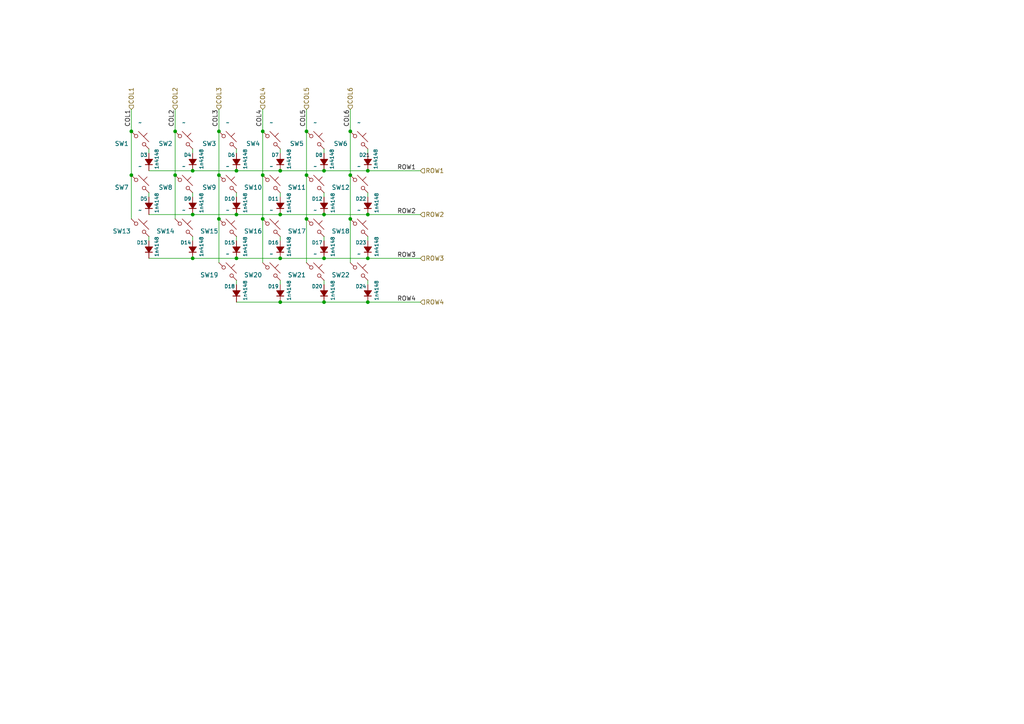
<source format=kicad_sch>
(kicad_sch (version 20250114) (generator "eeschema") (generator_version "9.0")
  (paper "A4")
  (lib_symbols
    (symbol "Device:D_Small_Filled" (pin_numbers (hide yes)) (pin_names (offset 0.254) (hide yes))
      (property "Reference" "D" (at -1.27 2.032 0))
      (property "Value" "D_Small_Filled" (at -3.81 -2.032 0))
      (symbol "D_Small_Filled_0_1"
        (polyline (pts (xy -0.762 0) (xy 0.762 0)))
        (polyline (pts (xy -0.762 -1.016) (xy -0.762 1.016)) (stroke (width 0.254)))
        (polyline (pts (xy 0.762 -1.016) (xy -0.762 0) (xy 0.762 1.016) (xy 0.762 -1.016)) (stroke (width 0.254)) (fill (type outline)))
      )
      (symbol "D_Small_Filled_1_1"
        (pin passive line (at -2.54 0 0) (length 1.778) (name "K") (number "1"))
        (pin passive line (at 2.54 0 180) (length 1.778) (name "A") (number "2"))
      )
    )
    (symbol "symbol_library_etzee101:SW_Hotswap_Kailh_MX" (pin_numbers (hide yes)) (pin_names (hide yes))
      (property "Reference" "SW" (at -6.096 2.286 0))
      (symbol "SW_Hotswap_Kailh_MX_0_1"
        (polyline (pts (xy -2.54 2.54) (xy -1.524 1.524) (xy -1.524 1.524)))
        (circle (center -1.1684 1.1684) (radius 0.508))
        (polyline (pts (xy -0.508 2.54) (xy 2.54 -0.508)))
        (polyline (pts (xy 1.016 1.016) (xy 2.032 2.032)))
        (circle (center 1.143 -1.1938) (radius 0.508))
        (polyline (pts (xy 1.524 -1.524) (xy 2.54 -2.54) (xy 2.54 -2.54) (xy 2.54 -2.54)))
        (pin passive line (at -2.54 2.54 0) (length 0) (name "1") (number "1"))
        (pin passive line (at 2.54 -2.54 180) (length 0) (name "2") (number "2"))
      )
    )
  )
  (junction (at 63.5 38.1))
  (junction (at 76.2 63.5))
  (junction (at 81.28 74.93))
  (junction (at 55.88 62.23))
  (junction (at 88.9 50.8))
  (junction (at 101.6 38.1))
  (junction (at 76.2 38.1))
  (junction (at 101.6 63.5))
  (junction (at 93.98 87.63))
  (junction (at 63.5 63.5))
  (junction (at 93.98 74.93))
  (junction (at 76.2 50.8))
  (junction (at 81.28 49.53))
  (junction (at 106.68 87.63))
  (junction (at 88.9 38.1))
  (junction (at 38.1 50.8))
  (junction (at 81.28 87.63))
  (junction (at 50.8 50.8))
  (junction (at 63.5 50.8))
  (junction (at 68.58 62.23))
  (junction (at 106.68 74.93))
  (junction (at 93.98 62.23))
  (junction (at 81.28 62.23))
  (junction (at 88.9 63.5))
  (junction (at 55.88 49.53))
  (junction (at 50.8 38.1))
  (junction (at 106.68 62.23))
  (junction (at 38.1 38.1))
  (junction (at 68.58 49.53))
  (junction (at 101.6 50.8))
  (junction (at 68.58 74.93))
  (junction (at 55.88 74.93))
  (junction (at 106.68 49.53))
  (junction (at 93.98 49.53))
  (wire (pts (xy 101.6 31.75) (xy 101.6 38.1)))
  (wire (pts (xy 55.88 74.93) (xy 68.58 74.93)))
  (wire (pts (xy 88.9 63.5) (xy 88.9 76.2)))
  (wire (pts (xy 43.18 55.88) (xy 43.18 57.15)))
  (wire (pts (xy 93.98 68.58) (xy 93.98 69.85)))
  (wire (pts (xy 50.8 50.8) (xy 50.8 63.5)))
  (wire (pts (xy 55.88 68.58) (xy 55.88 69.85)))
  (wire (pts (xy 68.58 62.23) (xy 81.28 62.23)))
  (wire (pts (xy 81.28 81.28) (xy 81.28 82.55)))
  (wire (pts (xy 38.1 38.1) (xy 38.1 50.8)))
  (wire (pts (xy 43.18 68.58) (xy 43.18 69.85)))
  (wire (pts (xy 81.28 55.88) (xy 81.28 57.15)))
  (wire (pts (xy 68.58 81.28) (xy 68.58 82.55)))
  (wire (pts (xy 106.68 55.88) (xy 106.68 57.15)))
  (wire (pts (xy 93.98 43.18) (xy 93.98 44.45)))
  (wire (pts (xy 88.9 31.75) (xy 88.9 38.1)))
  (wire (pts (xy 63.5 63.5) (xy 63.5 76.2)))
  (wire (pts (xy 101.6 38.1) (xy 101.6 50.8)))
  (wire (pts (xy 43.18 74.93) (xy 55.88 74.93)))
  (wire (pts (xy 68.58 87.63) (xy 81.28 87.63)))
  (wire (pts (xy 93.98 74.93) (xy 106.68 74.93)))
  (wire (pts (xy 81.28 87.63) (xy 93.98 87.63)))
  (wire (pts (xy 55.88 43.18) (xy 55.88 44.45)))
  (wire (pts (xy 63.5 38.1) (xy 63.5 50.8)))
  (wire (pts (xy 50.8 31.75) (xy 50.8 38.1)))
  (wire (pts (xy 81.28 62.23) (xy 93.98 62.23)))
  (wire (pts (xy 106.68 74.93) (xy 121.92 74.93)))
  (wire (pts (xy 68.58 74.93) (xy 81.28 74.93)))
  (wire (pts (xy 55.88 49.53) (xy 68.58 49.53)))
  (wire (pts (xy 93.98 55.88) (xy 93.98 57.15)))
  (wire (pts (xy 76.2 38.1) (xy 76.2 50.8)))
  (wire (pts (xy 88.9 38.1) (xy 88.9 50.8)))
  (wire (pts (xy 55.88 55.88) (xy 55.88 57.15)))
  (wire (pts (xy 106.68 68.58) (xy 106.68 69.85)))
  (wire (pts (xy 43.18 43.18) (xy 43.18 44.45)))
  (wire (pts (xy 50.8 38.1) (xy 50.8 50.8)))
  (wire (pts (xy 81.28 43.18) (xy 81.28 44.45)))
  (wire (pts (xy 43.18 62.23) (xy 55.88 62.23)))
  (wire (pts (xy 106.68 43.18) (xy 106.68 44.45)))
  (wire (pts (xy 76.2 50.8) (xy 76.2 63.5)))
  (wire (pts (xy 63.5 50.8) (xy 63.5 63.5)))
  (wire (pts (xy 81.28 49.53) (xy 93.98 49.53)))
  (wire (pts (xy 81.28 68.58) (xy 81.28 69.85)))
  (wire (pts (xy 43.18 49.53) (xy 55.88 49.53)))
  (wire (pts (xy 101.6 63.5) (xy 101.6 76.2)))
  (wire (pts (xy 106.68 81.28) (xy 106.68 82.55)))
  (wire (pts (xy 81.28 74.93) (xy 93.98 74.93)))
  (wire (pts (xy 63.5 31.75) (xy 63.5 38.1)))
  (wire (pts (xy 93.98 81.28) (xy 93.98 82.55)))
  (wire (pts (xy 106.68 62.23) (xy 121.92 62.23)))
  (wire (pts (xy 88.9 50.8) (xy 88.9 63.5)))
  (wire (pts (xy 76.2 31.75) (xy 76.2 38.1)))
  (wire (pts (xy 101.6 50.8) (xy 101.6 63.5)))
  (wire (pts (xy 93.98 62.23) (xy 106.68 62.23)))
  (wire (pts (xy 68.58 49.53) (xy 81.28 49.53)))
  (wire (pts (xy 93.98 87.63) (xy 106.68 87.63)))
  (wire (pts (xy 106.68 87.63) (xy 121.92 87.63)))
  (wire (pts (xy 106.68 49.53) (xy 121.92 49.53)))
  (wire (pts (xy 38.1 31.75) (xy 38.1 38.1)))
  (wire (pts (xy 68.58 43.18) (xy 68.58 44.45)))
  (wire (pts (xy 68.58 55.88) (xy 68.58 57.15)))
  (wire (pts (xy 55.88 62.23) (xy 68.58 62.23)))
  (wire (pts (xy 93.98 49.53) (xy 106.68 49.53)))
  (wire (pts (xy 38.1 50.8) (xy 38.1 63.5)))
  (wire (pts (xy 68.58 68.58) (xy 68.58 69.85)))
  (wire (pts (xy 76.2 63.5) (xy 76.2 76.2)))
  (label "ROW2" (at 120.65 62.23 180))
  (label "ROW3" (at 120.65 74.93 180))
  (label "COL2" (at 50.8 31.75 270))
  (label "COL5" (at 88.9 31.75 270))
  (label "ROW1" (at 120.65 49.53 180))
  (label "COL4" (at 76.2 31.75 270))
  (label "ROW4" (at 120.65 87.63 180))
  (label "COL6" (at 101.6 31.75 270))
  (label "COL3" (at 63.5 31.75 270))
  (label "COL1" (at 38.1 31.75 270))
  (hierarchical_label "COL5" (shape input) (at 88.9 31.75 90))
  (hierarchical_label "COL1" (shape input) (at 38.1 31.75 90))
  (hierarchical_label "COL4" (shape input) (at 76.2 31.75 90))
  (hierarchical_label "COL2" (shape input) (at 50.8 31.75 90))
  (hierarchical_label "ROW2" (shape input) (at 121.92 62.23 0))
  (hierarchical_label "COL6" (shape input) (at 101.6 31.75 90))
  (hierarchical_label "ROW4" (shape input) (at 121.92 87.63 0))
  (hierarchical_label "ROW3" (shape input) (at 121.92 74.93 0))
  (hierarchical_label "ROW1" (shape input) (at 121.92 49.53 0))
  (hierarchical_label "COL3" (shape input) (at 63.5 31.75 90))
  (symbol (lib_id "Device:D_Small_Filled") (at 93.98 46.99 90) (unit 1)
    (property "Reference" "D8" (at 91.44 44.958 90) (effects (font (size 1.016 1.016)) (justify right)))
    (property "Value" "1n4148" (at 96.266 43.18 0) (effects (font (size 1.016 1.016)) (justify right)))
    (property "Footprint" "Diode_SMD:D_SOD-123" (effects (hide yes)))
    (property "Description" "Diode, small symbol, filled shape" (effects (hide yes)))
    (property "Sim.Device" "D" (effects (hide yes)))
    (property "Sim.Pins" "1=K 2=A" (effects (hide yes)))
  )
  (symbol (lib_id "Device:D_Small_Filled") (at 106.68 59.69 90) (unit 1)
    (property "Reference" "D22" (at 103.124 57.658 90) (effects (font (size 1.016 1.016)) (justify right)))
    (property "Value" "1n4148" (at 109.22 55.88 0) (effects (font (size 1.016 1.016)) (justify right)))
    (property "Footprint" "Diode_SMD:D_SOD-123" (effects (hide yes)))
    (property "Description" "Diode, small symbol, filled shape" (effects (hide yes)))
    (property "Sim.Device" "D" (effects (hide yes)))
    (property "Sim.Pins" "1=K 2=A" (effects (hide yes)))
  )
  (symbol (lib_id "symbol_library_etzee101:SW_Hotswap_Kailh_MX") (at 78.74 53.34 0) (unit 1)
    (property "Reference" "SW10" (at 73.406 54.356 0))
    (property "Value" "~" (at 78.74 48.26 0))
    (property "Footprint" "footprint_library_etsee101:MX_Switch_Hot_Swappable" (effects (hide yes)))
  )
  (symbol (lib_id "symbol_library_etzee101:SW_Hotswap_Kailh_MX") (at 53.34 53.34 0) (unit 1)
    (property "Reference" "SW8" (at 48.006 54.356 0))
    (property "Value" "~" (at 53.34 48.26 0))
    (property "Footprint" "footprint_library_etsee101:MX_Switch_Hot_Swappable" (effects (hide yes)))
  )
  (symbol (lib_id "Device:D_Small_Filled") (at 81.28 46.99 90) (unit 1)
    (property "Reference" "D7" (at 78.74 44.958 90) (effects (font (size 1.016 1.016)) (justify right)))
    (property "Value" "1n4148" (at 83.82 43.18 0) (effects (font (size 1.016 1.016)) (justify right)))
    (property "Footprint" "Diode_SMD:D_SOD-123" (effects (hide yes)))
    (property "Description" "Diode, small symbol, filled shape" (effects (hide yes)))
    (property "Sim.Device" "D" (effects (hide yes)))
    (property "Sim.Pins" "1=K 2=A" (effects (hide yes)))
  )
  (symbol (lib_id "Device:D_Small_Filled") (at 55.88 72.39 90) (unit 1)
    (property "Reference" "D14" (at 52.324 70.358 90) (effects (font (size 1.016 1.016)) (justify right)))
    (property "Value" "1n4148" (at 58.42 68.58 0) (effects (font (size 1.016 1.016)) (justify right)))
    (property "Footprint" "Diode_SMD:D_SOD-123" (effects (hide yes)))
    (property "Description" "Diode, small symbol, filled shape" (effects (hide yes)))
    (property "Sim.Device" "D" (effects (hide yes)))
    (property "Sim.Pins" "1=K 2=A" (effects (hide yes)))
  )
  (symbol (lib_id "Device:D_Small_Filled") (at 93.98 59.69 90) (unit 1)
    (property "Reference" "D12" (at 90.424 57.658 90) (effects (font (size 1.016 1.016)) (justify right)))
    (property "Value" "1n4148" (at 96.52 55.88 0) (effects (font (size 1.016 1.016)) (justify right)))
    (property "Footprint" "Diode_SMD:D_SOD-123" (effects (hide yes)))
    (property "Description" "Diode, small symbol, filled shape" (effects (hide yes)))
    (property "Sim.Device" "D" (effects (hide yes)))
    (property "Sim.Pins" "1=K 2=A" (effects (hide yes)))
  )
  (symbol (lib_id "Device:D_Small_Filled") (at 106.68 72.39 90) (unit 1)
    (property "Reference" "D23" (at 103.124 70.358 90) (effects (font (size 1.016 1.016)) (justify right)))
    (property "Value" "1n4148" (at 109.22 68.58 0) (effects (font (size 1.016 1.016)) (justify right)))
    (property "Footprint" "Diode_SMD:D_SOD-123" (effects (hide yes)))
    (property "Description" "Diode, small symbol, filled shape" (effects (hide yes)))
    (property "Sim.Device" "D" (effects (hide yes)))
    (property "Sim.Pins" "1=K 2=A" (effects (hide yes)))
  )
  (symbol (lib_id "symbol_library_etzee101:SW_Hotswap_Kailh_MX") (at 66.04 53.34 0) (unit 1)
    (property "Reference" "SW9" (at 60.706 54.356 0))
    (property "Value" "~" (at 66.04 48.26 0))
    (property "Footprint" "footprint_library_etsee101:MX_Switch_Hot_Swappable" (effects (hide yes)))
  )
  (symbol (lib_id "symbol_library_etzee101:SW_Hotswap_Kailh_MX") (at 104.14 78.74 0) (unit 1)
    (property "Reference" "SW22" (at 98.806 79.756 0))
    (property "Value" "~" (at 104.14 73.66 0))
    (property "Footprint" "footprint_library_etsee101:MX_Switch_Hot_Swappable" (effects (hide yes)))
  )
  (symbol (lib_id "symbol_library_etzee101:SW_Hotswap_Kailh_MX") (at 104.14 53.34 0) (unit 1)
    (property "Reference" "SW12" (at 98.806 54.356 0))
    (property "Value" "~" (at 104.14 48.26 0))
    (property "Footprint" "footprint_library_etsee101:MX_Switch_Hot_Swappable" (effects (hide yes)))
  )
  (symbol (lib_id "Device:D_Small_Filled") (at 93.98 85.09 90) (unit 1)
    (property "Reference" "D20" (at 90.424 83.058 90) (effects (font (size 1.016 1.016)) (justify right)))
    (property "Value" "1n4148" (at 96.52 81.28 0) (effects (font (size 1.016 1.016)) (justify right)))
    (property "Footprint" "Diode_SMD:D_SOD-123" (effects (hide yes)))
    (property "Description" "Diode, small symbol, filled shape" (effects (hide yes)))
    (property "Sim.Device" "D" (effects (hide yes)))
    (property "Sim.Pins" "1=K 2=A" (effects (hide yes)))
  )
  (symbol (lib_id "Device:D_Small_Filled") (at 43.18 72.39 90) (unit 1)
    (property "Reference" "D13" (at 39.624 70.358 90) (effects (font (size 1.016 1.016)) (justify right)))
    (property "Value" "1n4148" (at 45.466 68.58 0) (effects (font (size 1.016 1.016)) (justify right)))
    (property "Footprint" "Diode_SMD:D_SOD-123" (effects (hide yes)))
    (property "Description" "Diode, small symbol, filled shape" (effects (hide yes)))
    (property "Sim.Device" "D" (effects (hide yes)))
    (property "Sim.Pins" "1=K 2=A" (effects (hide yes)))
  )
  (symbol (lib_id "symbol_library_etzee101:SW_Hotswap_Kailh_MX") (at 104.14 66.04 0) (unit 1)
    (property "Reference" "SW18" (at 98.806 67.056 0))
    (property "Value" "~" (at 104.14 60.96 0))
    (property "Footprint" "footprint_library_etsee101:MX_Switch_Hot_Swappable" (effects (hide yes)))
  )
  (symbol (lib_id "symbol_library_etzee101:SW_Hotswap_Kailh_MX") (at 53.34 66.04 0) (unit 1)
    (property "Reference" "SW14" (at 48.006 67.056 0))
    (property "Value" "~" (at 53.34 60.96 0))
    (property "Footprint" "footprint_library_etsee101:MX_Switch_Hot_Swappable" (effects (hide yes)))
  )
  (symbol (lib_id "Device:D_Small_Filled") (at 55.88 59.69 90) (unit 1)
    (property "Reference" "D9" (at 53.34 57.658 90) (effects (font (size 1.016 1.016)) (justify right)))
    (property "Value" "1n4148" (at 58.42 55.88 0) (effects (font (size 1.016 1.016)) (justify right)))
    (property "Footprint" "Diode_SMD:D_SOD-123" (effects (hide yes)))
    (property "Description" "Diode, small symbol, filled shape" (effects (hide yes)))
    (property "Sim.Device" "D" (effects (hide yes)))
    (property "Sim.Pins" "1=K 2=A" (effects (hide yes)))
  )
  (symbol (lib_id "Device:D_Small_Filled") (at 68.58 85.09 90) (unit 1)
    (property "Reference" "D18" (at 65.024 83.058 90) (effects (font (size 1.016 1.016)) (justify right)))
    (property "Value" "1n4148" (at 71.12 81.28 0) (effects (font (size 1.016 1.016)) (justify right)))
    (property "Footprint" "Diode_SMD:D_SOD-123" (effects (hide yes)))
    (property "Description" "Diode, small symbol, filled shape" (effects (hide yes)))
    (property "Sim.Device" "D" (effects (hide yes)))
    (property "Sim.Pins" "1=K 2=A" (effects (hide yes)))
  )
  (symbol (lib_id "Device:D_Small_Filled") (at 81.28 59.69 90) (unit 1)
    (property "Reference" "D11" (at 77.724 57.658 90) (effects (font (size 1.016 1.016)) (justify right)))
    (property "Value" "1n4148" (at 83.82 55.88 0) (effects (font (size 1.016 1.016)) (justify right)))
    (property "Footprint" "Diode_SMD:D_SOD-123" (effects (hide yes)))
    (property "Description" "Diode, small symbol, filled shape" (effects (hide yes)))
    (property "Sim.Device" "D" (effects (hide yes)))
    (property "Sim.Pins" "1=K 2=A" (effects (hide yes)))
  )
  (symbol (lib_id "symbol_library_etzee101:SW_Hotswap_Kailh_MX") (at 104.14 40.64 0) (unit 1)
    (property "Reference" "SW6" (at 98.806 41.656 0))
    (property "Value" "~" (at 104.14 35.56 0))
    (property "Footprint" "footprint_library_etsee101:MX_Switch_Hot_Swappable" (effects (hide yes)))
  )
  (symbol (lib_id "Device:D_Small_Filled") (at 68.58 72.39 90) (unit 1)
    (property "Reference" "D15" (at 65.024 70.358 90) (effects (font (size 1.016 1.016)) (justify right)))
    (property "Value" "1n4148" (at 71.12 68.58 0) (effects (font (size 1.016 1.016)) (justify right)))
    (property "Footprint" "Diode_SMD:D_SOD-123" (effects (hide yes)))
    (property "Description" "Diode, small symbol, filled shape" (effects (hide yes)))
    (property "Sim.Device" "D" (effects (hide yes)))
    (property "Sim.Pins" "1=K 2=A" (effects (hide yes)))
  )
  (symbol (lib_id "symbol_library_etzee101:SW_Hotswap_Kailh_MX") (at 91.44 66.04 0) (unit 1)
    (property "Reference" "SW17" (at 86.106 67.056 0))
    (property "Value" "~" (at 91.44 60.96 0))
    (property "Footprint" "footprint_library_etsee101:MX_Switch_Hot_Swappable" (effects (hide yes)))
  )
  (symbol (lib_id "symbol_library_etzee101:SW_Hotswap_Kailh_MX") (at 91.44 40.64 0) (unit 1)
    (property "Reference" "SW5" (at 86.106 41.656 0))
    (property "Value" "~" (at 91.44 35.56 0))
    (property "Footprint" "footprint_library_etsee101:MX_Switch_Hot_Swappable" (effects (hide yes)))
  )
  (symbol (lib_id "symbol_library_etzee101:SW_Hotswap_Kailh_MX") (at 40.64 66.04 0) (unit 1)
    (property "Reference" "SW13" (at 35.306 67.056 0))
    (property "Value" "~" (at 40.64 60.96 0))
    (property "Footprint" "footprint_library_etsee101:MX_Switch_Hot_Swappable" (effects (hide yes)))
  )
  (symbol (lib_id "Device:D_Small_Filled") (at 55.88 46.99 90) (unit 1)
    (property "Reference" "D4" (at 53.34 44.958 90) (effects (font (size 1.016 1.016)) (justify right)))
    (property "Value" "1n4148" (at 58.42 43.18 0) (effects (font (size 1.016 1.016)) (justify right)))
    (property "Footprint" "Diode_SMD:D_SOD-123" (effects (hide yes)))
    (property "Description" "Diode, small symbol, filled shape" (effects (hide yes)))
    (property "Sim.Device" "D" (effects (hide yes)))
    (property "Sim.Pins" "1=K 2=A" (effects (hide yes)))
  )
  (symbol (lib_id "Device:D_Small_Filled") (at 106.68 85.09 90) (unit 1)
    (property "Reference" "D24" (at 103.124 83.058 90) (effects (font (size 1.016 1.016)) (justify right)))
    (property "Value" "1n4148" (at 109.22 81.28 0) (effects (font (size 1.016 1.016)) (justify right)))
    (property "Footprint" "Diode_SMD:D_SOD-123" (effects (hide yes)))
    (property "Description" "Diode, small symbol, filled shape" (effects (hide yes)))
    (property "Sim.Device" "D" (effects (hide yes)))
    (property "Sim.Pins" "1=K 2=A" (effects (hide yes)))
  )
  (symbol (lib_id "symbol_library_etzee101:SW_Hotswap_Kailh_MX") (at 40.64 53.34 0) (unit 1)
    (property "Reference" "SW7" (at 35.306 54.356 0))
    (property "Value" "~" (at 40.64 48.26 0))
    (property "Footprint" "footprint_library_etsee101:MX_Switch_Hot_Swappable" (effects (hide yes)))
  )
  (symbol (lib_id "symbol_library_etzee101:SW_Hotswap_Kailh_MX") (at 66.04 40.64 0) (unit 1)
    (property "Reference" "SW3" (at 60.706 41.656 0))
    (property "Value" "~" (at 66.04 35.56 0))
    (property "Footprint" "footprint_library_etsee101:MX_Switch_Hot_Swappable" (effects (hide yes)))
  )
  (symbol (lib_id "Device:D_Small_Filled") (at 106.68 46.99 90) (unit 1)
    (property "Reference" "D21" (at 104.14 44.958 90) (effects (font (size 1.016 1.016)) (justify right)))
    (property "Value" "1n4148" (at 108.966 43.18 0) (effects (font (size 1.016 1.016)) (justify right)))
    (property "Footprint" "Diode_SMD:D_SOD-123" (effects (hide yes)))
    (property "Description" "Diode, small symbol, filled shape" (effects (hide yes)))
    (property "Sim.Device" "D" (effects (hide yes)))
    (property "Sim.Pins" "1=K 2=A" (effects (hide yes)))
  )
  (symbol (lib_id "symbol_library_etzee101:SW_Hotswap_Kailh_MX") (at 66.04 78.74 0) (unit 1)
    (property "Reference" "SW19" (at 60.706 79.756 0))
    (property "Value" "~" (at 66.04 73.66 0))
    (property "Footprint" "footprint_library_etsee101:MX_Switch_Hot_Swappable" (effects (hide yes)))
  )
  (symbol (lib_id "symbol_library_etzee101:SW_Hotswap_Kailh_MX") (at 78.74 78.74 0) (unit 1)
    (property "Reference" "SW20" (at 73.406 79.756 0))
    (property "Value" "~" (at 78.74 73.66 0))
    (property "Footprint" "footprint_library_etsee101:MX_Switch_Hot_Swappable" (effects (hide yes)))
  )
  (symbol (lib_id "Device:D_Small_Filled") (at 43.18 46.99 90) (unit 1)
    (property "Reference" "D3" (at 40.64 44.958 90) (effects (font (size 1.016 1.016)) (justify right)))
    (property "Value" "1n4148" (at 45.466 43.18 0) (effects (font (size 1.016 1.016)) (justify right)))
    (property "Footprint" "Diode_SMD:D_SOD-123" (effects (hide yes)))
    (property "Description" "Diode, small symbol, filled shape" (effects (hide yes)))
    (property "Sim.Device" "D" (effects (hide yes)))
    (property "Sim.Pins" "1=K 2=A" (effects (hide yes)))
  )
  (symbol (lib_id "symbol_library_etzee101:SW_Hotswap_Kailh_MX") (at 40.64 40.64 0) (unit 1)
    (property "Reference" "SW1" (at 35.306 41.656 0))
    (property "Value" "~" (at 40.64 35.56 0))
    (property "Footprint" "footprint_library_etsee101:MX_Switch_Hot_Swappable" (effects (hide yes)))
  )
  (symbol (lib_id "Device:D_Small_Filled") (at 43.18 59.69 90) (unit 1)
    (property "Reference" "D5" (at 40.64 57.658 90) (effects (font (size 1.016 1.016)) (justify right)))
    (property "Value" "1n4148" (at 45.466 55.88 0) (effects (font (size 1.016 1.016)) (justify right)))
    (property "Footprint" "Diode_SMD:D_SOD-123" (effects (hide yes)))
    (property "Description" "Diode, small symbol, filled shape" (effects (hide yes)))
    (property "Sim.Device" "D" (effects (hide yes)))
    (property "Sim.Pins" "1=K 2=A" (effects (hide yes)))
  )
  (symbol (lib_id "symbol_library_etzee101:SW_Hotswap_Kailh_MX") (at 91.44 78.74 0) (unit 1)
    (property "Reference" "SW21" (at 86.106 79.756 0))
    (property "Value" "~" (at 91.44 73.66 0))
    (property "Footprint" "footprint_library_etsee101:MX_Switch_Hot_Swappable" (effects (hide yes)))
  )
  (symbol (lib_id "Device:D_Small_Filled") (at 93.98 72.39 90) (unit 1)
    (property "Reference" "D17" (at 90.424 70.358 90) (effects (font (size 1.016 1.016)) (justify right)))
    (property "Value" "1n4148" (at 96.52 68.58 0) (effects (font (size 1.016 1.016)) (justify right)))
    (property "Footprint" "Diode_SMD:D_SOD-123" (effects (hide yes)))
    (property "Description" "Diode, small symbol, filled shape" (effects (hide yes)))
    (property "Sim.Device" "D" (effects (hide yes)))
    (property "Sim.Pins" "1=K 2=A" (effects (hide yes)))
  )
  (symbol (lib_id "Device:D_Small_Filled") (at 81.28 85.09 90) (unit 1)
    (property "Reference" "D19" (at 77.724 83.058 90) (effects (font (size 1.016 1.016)) (justify right)))
    (property "Value" "1n4148" (at 83.82 81.28 0) (effects (font (size 1.016 1.016)) (justify right)))
    (property "Footprint" "Diode_SMD:D_SOD-123" (effects (hide yes)))
    (property "Description" "Diode, small symbol, filled shape" (effects (hide yes)))
    (property "Sim.Device" "D" (effects (hide yes)))
    (property "Sim.Pins" "1=K 2=A" (effects (hide yes)))
  )
  (symbol (lib_id "symbol_library_etzee101:SW_Hotswap_Kailh_MX") (at 78.74 40.64 0) (unit 1)
    (property "Reference" "SW4" (at 73.406 41.656 0))
    (property "Value" "~" (at 78.74 35.56 0))
    (property "Footprint" "footprint_library_etsee101:MX_Switch_Hot_Swappable" (effects (hide yes)))
  )
  (symbol (lib_id "Device:D_Small_Filled") (at 81.28 72.39 90) (unit 1)
    (property "Reference" "D16" (at 77.724 70.358 90) (effects (font (size 1.016 1.016)) (justify right)))
    (property "Value" "1n4148" (at 83.82 68.58 0) (effects (font (size 1.016 1.016)) (justify right)))
    (property "Footprint" "Diode_SMD:D_SOD-123" (effects (hide yes)))
    (property "Description" "Diode, small symbol, filled shape" (effects (hide yes)))
    (property "Sim.Device" "D" (effects (hide yes)))
    (property "Sim.Pins" "1=K 2=A" (effects (hide yes)))
  )
  (symbol (lib_id "Device:D_Small_Filled") (at 68.58 59.69 90) (unit 1)
    (property "Reference" "D10" (at 65.024 57.658 90) (effects (font (size 1.016 1.016)) (justify right)))
    (property "Value" "1n4148" (at 71.12 55.88 0) (effects (font (size 1.016 1.016)) (justify right)))
    (property "Footprint" "Diode_SMD:D_SOD-123" (effects (hide yes)))
    (property "Description" "Diode, small symbol, filled shape" (effects (hide yes)))
    (property "Sim.Device" "D" (effects (hide yes)))
    (property "Sim.Pins" "1=K 2=A" (effects (hide yes)))
  )
  (symbol (lib_id "symbol_library_etzee101:SW_Hotswap_Kailh_MX") (at 53.34 40.64 0) (unit 1)
    (property "Reference" "SW2" (at 48.006 41.656 0))
    (property "Value" "~" (at 53.34 35.56 0))
    (property "Footprint" "footprint_library_etsee101:MX_Switch_Hot_Swappable" (effects (hide yes)))
  )
  (symbol (lib_id "symbol_library_etzee101:SW_Hotswap_Kailh_MX") (at 91.44 53.34 0) (unit 1)
    (property "Reference" "SW11" (at 86.106 54.356 0))
    (property "Value" "~" (at 91.44 48.26 0))
    (property "Footprint" "footprint_library_etsee101:MX_Switch_Hot_Swappable" (effects (hide yes)))
  )
  (symbol (lib_id "Device:D_Small_Filled") (at 68.58 46.99 90) (unit 1)
    (property "Reference" "D6" (at 66.04 44.958 90) (effects (font (size 1.016 1.016)) (justify right)))
    (property "Value" "1n4148" (at 71.12 43.18 0) (effects (font (size 1.016 1.016)) (justify right)))
    (property "Footprint" "Diode_SMD:D_SOD-123" (effects (hide yes)))
    (property "Description" "Diode, small symbol, filled shape" (effects (hide yes)))
    (property "Sim.Device" "D" (effects (hide yes)))
    (property "Sim.Pins" "1=K 2=A" (effects (hide yes)))
  )
  (symbol (lib_id "symbol_library_etzee101:SW_Hotswap_Kailh_MX") (at 78.74 66.04 0) (unit 1)
    (property "Reference" "SW16" (at 73.406 67.056 0))
    (property "Value" "~" (at 78.74 60.96 0))
    (property "Footprint" "footprint_library_etsee101:MX_Switch_Hot_Swappable" (effects (hide yes)))
  )
  (symbol (lib_id "symbol_library_etzee101:SW_Hotswap_Kailh_MX") (at 66.04 66.04 0) (unit 1)
    (property "Reference" "SW15" (at 60.706 67.056 0))
    (property "Value" "~" (at 66.04 60.96 0))
    (property "Footprint" "footprint_library_etsee101:MX_Switch_Hot_Swappable" (effects (hide yes)))
  )
)
</source>
